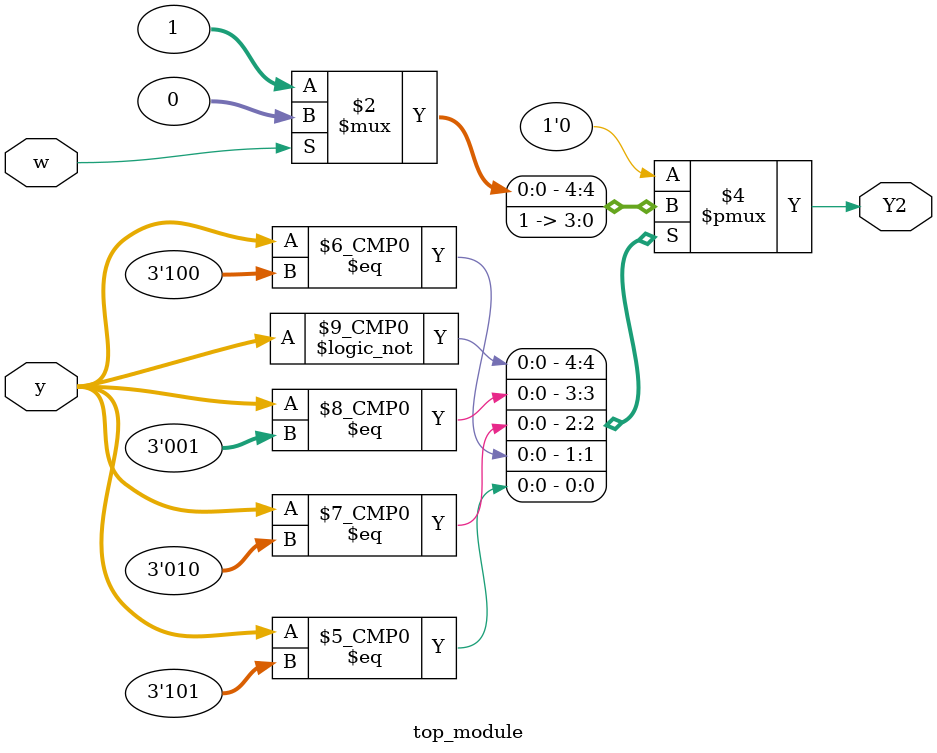
<source format=sv>
module top_module(
    input [3:1] y,
    input w,
    output reg Y2);

    always @(*) begin
        case (y)
            // Next state logic for Y2
            3'b000: Y2 = (w) ? 0 : 1;
            3'b001: Y2 = 1;
            3'b010: Y2 = 1;
            3'b011: Y2 = 0;
            3'b100: Y2 = 1;
            3'b101: Y2 = 1;
            default: Y2 = 0;
        endcase
    end

endmodule

</source>
